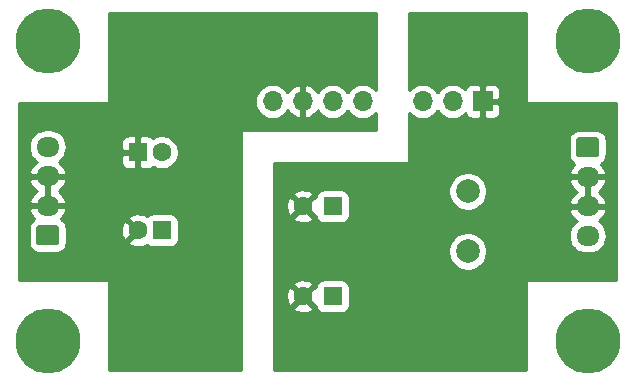
<source format=gbl>
G04 #@! TF.GenerationSoftware,KiCad,Pcbnew,(5.1.2)-1*
G04 #@! TF.CreationDate,2019-05-14T16:25:52-07:00*
G04 #@! TF.ProjectId,triumph_power,74726975-6d70-4685-9f70-6f7765722e6b,A*
G04 #@! TF.SameCoordinates,Original*
G04 #@! TF.FileFunction,Copper,L2,Bot*
G04 #@! TF.FilePolarity,Positive*
%FSLAX46Y46*%
G04 Gerber Fmt 4.6, Leading zero omitted, Abs format (unit mm)*
G04 Created by KiCad (PCBNEW (5.1.2)-1) date 2019-05-14 16:25:52*
%MOMM*%
%LPD*%
G04 APERTURE LIST*
%ADD10C,1.600000*%
%ADD11R,1.600000X1.600000*%
%ADD12C,2.000000*%
%ADD13O,1.700000X1.700000*%
%ADD14R,1.700000X1.700000*%
%ADD15C,5.500000*%
%ADD16O,1.950000X1.700000*%
%ADD17C,0.100000*%
%ADD18C,1.700000*%
%ADD19C,1.270000*%
%ADD20C,0.254000*%
G04 APERTURE END LIST*
D10*
X136652000Y-105918000D03*
D11*
X134652000Y-105918000D03*
D10*
X148630000Y-118110000D03*
D11*
X151130000Y-118110000D03*
D10*
X134652000Y-112522000D03*
D11*
X136652000Y-112522000D03*
D10*
X148630000Y-110490000D03*
D11*
X151130000Y-110490000D03*
D12*
X162570000Y-109220000D03*
X162560000Y-114300000D03*
D13*
X146050000Y-101600000D03*
X148590000Y-101600000D03*
X151130000Y-101600000D03*
X153670000Y-101600000D03*
X158750000Y-101600000D03*
X161290000Y-101600000D03*
D14*
X163830000Y-101600000D03*
D15*
X127000000Y-121920000D03*
X172720000Y-121920000D03*
X172720000Y-96520000D03*
X127000000Y-96520000D03*
D16*
X127000000Y-105450000D03*
X127000000Y-107950000D03*
X127000000Y-110450000D03*
D17*
G36*
X127749504Y-112101204D02*
G01*
X127773773Y-112104804D01*
X127797571Y-112110765D01*
X127820671Y-112119030D01*
X127842849Y-112129520D01*
X127863893Y-112142133D01*
X127883598Y-112156747D01*
X127901777Y-112173223D01*
X127918253Y-112191402D01*
X127932867Y-112211107D01*
X127945480Y-112232151D01*
X127955970Y-112254329D01*
X127964235Y-112277429D01*
X127970196Y-112301227D01*
X127973796Y-112325496D01*
X127975000Y-112350000D01*
X127975000Y-113550000D01*
X127973796Y-113574504D01*
X127970196Y-113598773D01*
X127964235Y-113622571D01*
X127955970Y-113645671D01*
X127945480Y-113667849D01*
X127932867Y-113688893D01*
X127918253Y-113708598D01*
X127901777Y-113726777D01*
X127883598Y-113743253D01*
X127863893Y-113757867D01*
X127842849Y-113770480D01*
X127820671Y-113780970D01*
X127797571Y-113789235D01*
X127773773Y-113795196D01*
X127749504Y-113798796D01*
X127725000Y-113800000D01*
X126275000Y-113800000D01*
X126250496Y-113798796D01*
X126226227Y-113795196D01*
X126202429Y-113789235D01*
X126179329Y-113780970D01*
X126157151Y-113770480D01*
X126136107Y-113757867D01*
X126116402Y-113743253D01*
X126098223Y-113726777D01*
X126081747Y-113708598D01*
X126067133Y-113688893D01*
X126054520Y-113667849D01*
X126044030Y-113645671D01*
X126035765Y-113622571D01*
X126029804Y-113598773D01*
X126026204Y-113574504D01*
X126025000Y-113550000D01*
X126025000Y-112350000D01*
X126026204Y-112325496D01*
X126029804Y-112301227D01*
X126035765Y-112277429D01*
X126044030Y-112254329D01*
X126054520Y-112232151D01*
X126067133Y-112211107D01*
X126081747Y-112191402D01*
X126098223Y-112173223D01*
X126116402Y-112156747D01*
X126136107Y-112142133D01*
X126157151Y-112129520D01*
X126179329Y-112119030D01*
X126202429Y-112110765D01*
X126226227Y-112104804D01*
X126250496Y-112101204D01*
X126275000Y-112100000D01*
X127725000Y-112100000D01*
X127749504Y-112101204D01*
X127749504Y-112101204D01*
G37*
D18*
X127000000Y-112950000D03*
D16*
X172720000Y-112990000D03*
X172720000Y-110490000D03*
X172720000Y-107990000D03*
D17*
G36*
X173469504Y-104641204D02*
G01*
X173493773Y-104644804D01*
X173517571Y-104650765D01*
X173540671Y-104659030D01*
X173562849Y-104669520D01*
X173583893Y-104682133D01*
X173603598Y-104696747D01*
X173621777Y-104713223D01*
X173638253Y-104731402D01*
X173652867Y-104751107D01*
X173665480Y-104772151D01*
X173675970Y-104794329D01*
X173684235Y-104817429D01*
X173690196Y-104841227D01*
X173693796Y-104865496D01*
X173695000Y-104890000D01*
X173695000Y-106090000D01*
X173693796Y-106114504D01*
X173690196Y-106138773D01*
X173684235Y-106162571D01*
X173675970Y-106185671D01*
X173665480Y-106207849D01*
X173652867Y-106228893D01*
X173638253Y-106248598D01*
X173621777Y-106266777D01*
X173603598Y-106283253D01*
X173583893Y-106297867D01*
X173562849Y-106310480D01*
X173540671Y-106320970D01*
X173517571Y-106329235D01*
X173493773Y-106335196D01*
X173469504Y-106338796D01*
X173445000Y-106340000D01*
X171995000Y-106340000D01*
X171970496Y-106338796D01*
X171946227Y-106335196D01*
X171922429Y-106329235D01*
X171899329Y-106320970D01*
X171877151Y-106310480D01*
X171856107Y-106297867D01*
X171836402Y-106283253D01*
X171818223Y-106266777D01*
X171801747Y-106248598D01*
X171787133Y-106228893D01*
X171774520Y-106207849D01*
X171764030Y-106185671D01*
X171755765Y-106162571D01*
X171749804Y-106138773D01*
X171746204Y-106114504D01*
X171745000Y-106090000D01*
X171745000Y-104890000D01*
X171746204Y-104865496D01*
X171749804Y-104841227D01*
X171755765Y-104817429D01*
X171764030Y-104794329D01*
X171774520Y-104772151D01*
X171787133Y-104751107D01*
X171801747Y-104731402D01*
X171818223Y-104713223D01*
X171836402Y-104696747D01*
X171856107Y-104682133D01*
X171877151Y-104669520D01*
X171899329Y-104659030D01*
X171922429Y-104650765D01*
X171946227Y-104644804D01*
X171970496Y-104641204D01*
X171995000Y-104640000D01*
X173445000Y-104640000D01*
X173469504Y-104641204D01*
X173469504Y-104641204D01*
G37*
D18*
X172720000Y-105490000D03*
D19*
X157480000Y-113030000D03*
X135217994Y-97880000D03*
X139102000Y-97880010D03*
X135217993Y-120560007D03*
X139102004Y-120560004D03*
D20*
G36*
X154813000Y-100651931D02*
G01*
X154725134Y-100544866D01*
X154499014Y-100359294D01*
X154241034Y-100221401D01*
X153961111Y-100136487D01*
X153742950Y-100115000D01*
X153597050Y-100115000D01*
X153378889Y-100136487D01*
X153098966Y-100221401D01*
X152840986Y-100359294D01*
X152614866Y-100544866D01*
X152429294Y-100770986D01*
X152400000Y-100825791D01*
X152370706Y-100770986D01*
X152185134Y-100544866D01*
X151959014Y-100359294D01*
X151701034Y-100221401D01*
X151421111Y-100136487D01*
X151202950Y-100115000D01*
X151057050Y-100115000D01*
X150838889Y-100136487D01*
X150558966Y-100221401D01*
X150300986Y-100359294D01*
X150074866Y-100544866D01*
X149889294Y-100770986D01*
X149854799Y-100835523D01*
X149785178Y-100718645D01*
X149590269Y-100502412D01*
X149356920Y-100328359D01*
X149094099Y-100203175D01*
X148946890Y-100158524D01*
X148717000Y-100279845D01*
X148717000Y-101473000D01*
X148737000Y-101473000D01*
X148737000Y-101727000D01*
X148717000Y-101727000D01*
X148717000Y-102920155D01*
X148946890Y-103041476D01*
X149094099Y-102996825D01*
X149356920Y-102871641D01*
X149590269Y-102697588D01*
X149785178Y-102481355D01*
X149854799Y-102364477D01*
X149889294Y-102429014D01*
X150074866Y-102655134D01*
X150300986Y-102840706D01*
X150558966Y-102978599D01*
X150838889Y-103063513D01*
X151057050Y-103085000D01*
X151202950Y-103085000D01*
X151421111Y-103063513D01*
X151701034Y-102978599D01*
X151959014Y-102840706D01*
X152185134Y-102655134D01*
X152370706Y-102429014D01*
X152400000Y-102374209D01*
X152429294Y-102429014D01*
X152614866Y-102655134D01*
X152840986Y-102840706D01*
X153098966Y-102978599D01*
X153378889Y-103063513D01*
X153597050Y-103085000D01*
X153742950Y-103085000D01*
X153961111Y-103063513D01*
X154241034Y-102978599D01*
X154499014Y-102840706D01*
X154725134Y-102655134D01*
X154813000Y-102548069D01*
X154813000Y-104013000D01*
X143510000Y-104013000D01*
X143485224Y-104015440D01*
X143461399Y-104022667D01*
X143439443Y-104034403D01*
X143420197Y-104050197D01*
X143404403Y-104069443D01*
X143392667Y-104091399D01*
X143385440Y-104115224D01*
X143383000Y-104140000D01*
X143383000Y-124333000D01*
X132207000Y-124333000D01*
X132207000Y-116840000D01*
X132204560Y-116815224D01*
X132197333Y-116791399D01*
X132185597Y-116769443D01*
X132169803Y-116750197D01*
X132150557Y-116734403D01*
X132128601Y-116722667D01*
X132104776Y-116715440D01*
X132080000Y-116713000D01*
X124587000Y-116713000D01*
X124587000Y-112350000D01*
X125386928Y-112350000D01*
X125386928Y-113550000D01*
X125403992Y-113723254D01*
X125454528Y-113889850D01*
X125536595Y-114043386D01*
X125647038Y-114177962D01*
X125781614Y-114288405D01*
X125935150Y-114370472D01*
X126101746Y-114421008D01*
X126275000Y-114438072D01*
X127725000Y-114438072D01*
X127898254Y-114421008D01*
X128064850Y-114370472D01*
X128218386Y-114288405D01*
X128352962Y-114177962D01*
X128463405Y-114043386D01*
X128545472Y-113889850D01*
X128596008Y-113723254D01*
X128613072Y-113550000D01*
X128613072Y-112592512D01*
X133211783Y-112592512D01*
X133253213Y-112872130D01*
X133348397Y-113138292D01*
X133415329Y-113263514D01*
X133659298Y-113335097D01*
X134472395Y-112522000D01*
X133659298Y-111708903D01*
X133415329Y-111780486D01*
X133294429Y-112035996D01*
X133225700Y-112310184D01*
X133211783Y-112592512D01*
X128613072Y-112592512D01*
X128613072Y-112350000D01*
X128596008Y-112176746D01*
X128545472Y-112010150D01*
X128463405Y-111856614D01*
X128352962Y-111722038D01*
X128218386Y-111611595D01*
X128113039Y-111555286D01*
X128134429Y-111539049D01*
X128143070Y-111529298D01*
X133838903Y-111529298D01*
X134652000Y-112342395D01*
X134666143Y-112328253D01*
X134845748Y-112507858D01*
X134831605Y-112522000D01*
X134845748Y-112536143D01*
X134666143Y-112715748D01*
X134652000Y-112701605D01*
X133838903Y-113514702D01*
X133910486Y-113758671D01*
X134165996Y-113879571D01*
X134440184Y-113948300D01*
X134722512Y-113962217D01*
X135002130Y-113920787D01*
X135268292Y-113825603D01*
X135390309Y-113760384D01*
X135400815Y-113773185D01*
X135497506Y-113852537D01*
X135607820Y-113911502D01*
X135727518Y-113947812D01*
X135852000Y-113960072D01*
X137452000Y-113960072D01*
X137576482Y-113947812D01*
X137696180Y-113911502D01*
X137806494Y-113852537D01*
X137903185Y-113773185D01*
X137982537Y-113676494D01*
X138041502Y-113566180D01*
X138077812Y-113446482D01*
X138090072Y-113322000D01*
X138090072Y-111722000D01*
X138077812Y-111597518D01*
X138041502Y-111477820D01*
X137982537Y-111367506D01*
X137903185Y-111270815D01*
X137806494Y-111191463D01*
X137696180Y-111132498D01*
X137576482Y-111096188D01*
X137452000Y-111083928D01*
X135852000Y-111083928D01*
X135727518Y-111096188D01*
X135607820Y-111132498D01*
X135497506Y-111191463D01*
X135400815Y-111270815D01*
X135390193Y-111283758D01*
X135138004Y-111164429D01*
X134863816Y-111095700D01*
X134581488Y-111081783D01*
X134301870Y-111123213D01*
X134035708Y-111218397D01*
X133910486Y-111285329D01*
X133838903Y-111529298D01*
X128143070Y-111529298D01*
X128327496Y-111321193D01*
X128474352Y-111069858D01*
X128566476Y-110806890D01*
X128445155Y-110577000D01*
X127127000Y-110577000D01*
X127127000Y-110597000D01*
X126873000Y-110597000D01*
X126873000Y-110577000D01*
X125554845Y-110577000D01*
X125433524Y-110806890D01*
X125525648Y-111069858D01*
X125672504Y-111321193D01*
X125865571Y-111539049D01*
X125886961Y-111555286D01*
X125781614Y-111611595D01*
X125647038Y-111722038D01*
X125536595Y-111856614D01*
X125454528Y-112010150D01*
X125403992Y-112176746D01*
X125386928Y-112350000D01*
X124587000Y-112350000D01*
X124587000Y-108306890D01*
X125433524Y-108306890D01*
X125525648Y-108569858D01*
X125672504Y-108821193D01*
X125865571Y-109039049D01*
X126077600Y-109200000D01*
X125865571Y-109360951D01*
X125672504Y-109578807D01*
X125525648Y-109830142D01*
X125433524Y-110093110D01*
X125554845Y-110323000D01*
X126873000Y-110323000D01*
X126873000Y-108077000D01*
X127127000Y-108077000D01*
X127127000Y-110323000D01*
X128445155Y-110323000D01*
X128566476Y-110093110D01*
X128474352Y-109830142D01*
X128327496Y-109578807D01*
X128134429Y-109360951D01*
X127922400Y-109200000D01*
X128134429Y-109039049D01*
X128327496Y-108821193D01*
X128474352Y-108569858D01*
X128566476Y-108306890D01*
X128445155Y-108077000D01*
X127127000Y-108077000D01*
X126873000Y-108077000D01*
X125554845Y-108077000D01*
X125433524Y-108306890D01*
X124587000Y-108306890D01*
X124587000Y-105450000D01*
X125382815Y-105450000D01*
X125411487Y-105741111D01*
X125496401Y-106021034D01*
X125634294Y-106279014D01*
X125819866Y-106505134D01*
X126045986Y-106690706D01*
X126071722Y-106704462D01*
X125865571Y-106860951D01*
X125672504Y-107078807D01*
X125525648Y-107330142D01*
X125433524Y-107593110D01*
X125554845Y-107823000D01*
X126873000Y-107823000D01*
X126873000Y-107803000D01*
X127127000Y-107803000D01*
X127127000Y-107823000D01*
X128445155Y-107823000D01*
X128566476Y-107593110D01*
X128474352Y-107330142D01*
X128327496Y-107078807D01*
X128134429Y-106860951D01*
X127946113Y-106718000D01*
X133213928Y-106718000D01*
X133226188Y-106842482D01*
X133262498Y-106962180D01*
X133321463Y-107072494D01*
X133400815Y-107169185D01*
X133497506Y-107248537D01*
X133607820Y-107307502D01*
X133727518Y-107343812D01*
X133852000Y-107356072D01*
X134366250Y-107353000D01*
X134525000Y-107194250D01*
X134525000Y-106045000D01*
X133375750Y-106045000D01*
X133217000Y-106203750D01*
X133213928Y-106718000D01*
X127946113Y-106718000D01*
X127928278Y-106704462D01*
X127954014Y-106690706D01*
X128180134Y-106505134D01*
X128365706Y-106279014D01*
X128503599Y-106021034D01*
X128588513Y-105741111D01*
X128617185Y-105450000D01*
X128588513Y-105158889D01*
X128576110Y-105118000D01*
X133213928Y-105118000D01*
X133217000Y-105632250D01*
X133375750Y-105791000D01*
X134525000Y-105791000D01*
X134525000Y-104641750D01*
X134779000Y-104641750D01*
X134779000Y-105791000D01*
X134799000Y-105791000D01*
X134799000Y-106045000D01*
X134779000Y-106045000D01*
X134779000Y-107194250D01*
X134937750Y-107353000D01*
X135452000Y-107356072D01*
X135576482Y-107343812D01*
X135696180Y-107307502D01*
X135806494Y-107248537D01*
X135903185Y-107169185D01*
X135916790Y-107152607D01*
X135972273Y-107189680D01*
X136233426Y-107297853D01*
X136510665Y-107353000D01*
X136793335Y-107353000D01*
X137070574Y-107297853D01*
X137331727Y-107189680D01*
X137566759Y-107032637D01*
X137766637Y-106832759D01*
X137923680Y-106597727D01*
X138031853Y-106336574D01*
X138087000Y-106059335D01*
X138087000Y-105776665D01*
X138031853Y-105499426D01*
X137923680Y-105238273D01*
X137766637Y-105003241D01*
X137566759Y-104803363D01*
X137331727Y-104646320D01*
X137070574Y-104538147D01*
X136793335Y-104483000D01*
X136510665Y-104483000D01*
X136233426Y-104538147D01*
X135972273Y-104646320D01*
X135916790Y-104683393D01*
X135903185Y-104666815D01*
X135806494Y-104587463D01*
X135696180Y-104528498D01*
X135576482Y-104492188D01*
X135452000Y-104479928D01*
X134937750Y-104483000D01*
X134779000Y-104641750D01*
X134525000Y-104641750D01*
X134366250Y-104483000D01*
X133852000Y-104479928D01*
X133727518Y-104492188D01*
X133607820Y-104528498D01*
X133497506Y-104587463D01*
X133400815Y-104666815D01*
X133321463Y-104763506D01*
X133262498Y-104873820D01*
X133226188Y-104993518D01*
X133213928Y-105118000D01*
X128576110Y-105118000D01*
X128503599Y-104878966D01*
X128365706Y-104620986D01*
X128180134Y-104394866D01*
X127954014Y-104209294D01*
X127696034Y-104071401D01*
X127416111Y-103986487D01*
X127197950Y-103965000D01*
X126802050Y-103965000D01*
X126583889Y-103986487D01*
X126303966Y-104071401D01*
X126045986Y-104209294D01*
X125819866Y-104394866D01*
X125634294Y-104620986D01*
X125496401Y-104878966D01*
X125411487Y-105158889D01*
X125382815Y-105450000D01*
X124587000Y-105450000D01*
X124587000Y-101727000D01*
X132080000Y-101727000D01*
X132104776Y-101724560D01*
X132128601Y-101717333D01*
X132150557Y-101705597D01*
X132169803Y-101689803D01*
X132185597Y-101670557D01*
X132197333Y-101648601D01*
X132204560Y-101624776D01*
X132207000Y-101600000D01*
X144557815Y-101600000D01*
X144586487Y-101891111D01*
X144671401Y-102171034D01*
X144809294Y-102429014D01*
X144994866Y-102655134D01*
X145220986Y-102840706D01*
X145478966Y-102978599D01*
X145758889Y-103063513D01*
X145977050Y-103085000D01*
X146122950Y-103085000D01*
X146341111Y-103063513D01*
X146621034Y-102978599D01*
X146879014Y-102840706D01*
X147105134Y-102655134D01*
X147290706Y-102429014D01*
X147325201Y-102364477D01*
X147394822Y-102481355D01*
X147589731Y-102697588D01*
X147823080Y-102871641D01*
X148085901Y-102996825D01*
X148233110Y-103041476D01*
X148463000Y-102920155D01*
X148463000Y-101727000D01*
X148443000Y-101727000D01*
X148443000Y-101473000D01*
X148463000Y-101473000D01*
X148463000Y-100279845D01*
X148233110Y-100158524D01*
X148085901Y-100203175D01*
X147823080Y-100328359D01*
X147589731Y-100502412D01*
X147394822Y-100718645D01*
X147325201Y-100835523D01*
X147290706Y-100770986D01*
X147105134Y-100544866D01*
X146879014Y-100359294D01*
X146621034Y-100221401D01*
X146341111Y-100136487D01*
X146122950Y-100115000D01*
X145977050Y-100115000D01*
X145758889Y-100136487D01*
X145478966Y-100221401D01*
X145220986Y-100359294D01*
X144994866Y-100544866D01*
X144809294Y-100770986D01*
X144671401Y-101028966D01*
X144586487Y-101308889D01*
X144557815Y-101600000D01*
X132207000Y-101600000D01*
X132207000Y-94107000D01*
X154813000Y-94107000D01*
X154813000Y-100651931D01*
X154813000Y-100651931D01*
G37*
X154813000Y-100651931D02*
X154725134Y-100544866D01*
X154499014Y-100359294D01*
X154241034Y-100221401D01*
X153961111Y-100136487D01*
X153742950Y-100115000D01*
X153597050Y-100115000D01*
X153378889Y-100136487D01*
X153098966Y-100221401D01*
X152840986Y-100359294D01*
X152614866Y-100544866D01*
X152429294Y-100770986D01*
X152400000Y-100825791D01*
X152370706Y-100770986D01*
X152185134Y-100544866D01*
X151959014Y-100359294D01*
X151701034Y-100221401D01*
X151421111Y-100136487D01*
X151202950Y-100115000D01*
X151057050Y-100115000D01*
X150838889Y-100136487D01*
X150558966Y-100221401D01*
X150300986Y-100359294D01*
X150074866Y-100544866D01*
X149889294Y-100770986D01*
X149854799Y-100835523D01*
X149785178Y-100718645D01*
X149590269Y-100502412D01*
X149356920Y-100328359D01*
X149094099Y-100203175D01*
X148946890Y-100158524D01*
X148717000Y-100279845D01*
X148717000Y-101473000D01*
X148737000Y-101473000D01*
X148737000Y-101727000D01*
X148717000Y-101727000D01*
X148717000Y-102920155D01*
X148946890Y-103041476D01*
X149094099Y-102996825D01*
X149356920Y-102871641D01*
X149590269Y-102697588D01*
X149785178Y-102481355D01*
X149854799Y-102364477D01*
X149889294Y-102429014D01*
X150074866Y-102655134D01*
X150300986Y-102840706D01*
X150558966Y-102978599D01*
X150838889Y-103063513D01*
X151057050Y-103085000D01*
X151202950Y-103085000D01*
X151421111Y-103063513D01*
X151701034Y-102978599D01*
X151959014Y-102840706D01*
X152185134Y-102655134D01*
X152370706Y-102429014D01*
X152400000Y-102374209D01*
X152429294Y-102429014D01*
X152614866Y-102655134D01*
X152840986Y-102840706D01*
X153098966Y-102978599D01*
X153378889Y-103063513D01*
X153597050Y-103085000D01*
X153742950Y-103085000D01*
X153961111Y-103063513D01*
X154241034Y-102978599D01*
X154499014Y-102840706D01*
X154725134Y-102655134D01*
X154813000Y-102548069D01*
X154813000Y-104013000D01*
X143510000Y-104013000D01*
X143485224Y-104015440D01*
X143461399Y-104022667D01*
X143439443Y-104034403D01*
X143420197Y-104050197D01*
X143404403Y-104069443D01*
X143392667Y-104091399D01*
X143385440Y-104115224D01*
X143383000Y-104140000D01*
X143383000Y-124333000D01*
X132207000Y-124333000D01*
X132207000Y-116840000D01*
X132204560Y-116815224D01*
X132197333Y-116791399D01*
X132185597Y-116769443D01*
X132169803Y-116750197D01*
X132150557Y-116734403D01*
X132128601Y-116722667D01*
X132104776Y-116715440D01*
X132080000Y-116713000D01*
X124587000Y-116713000D01*
X124587000Y-112350000D01*
X125386928Y-112350000D01*
X125386928Y-113550000D01*
X125403992Y-113723254D01*
X125454528Y-113889850D01*
X125536595Y-114043386D01*
X125647038Y-114177962D01*
X125781614Y-114288405D01*
X125935150Y-114370472D01*
X126101746Y-114421008D01*
X126275000Y-114438072D01*
X127725000Y-114438072D01*
X127898254Y-114421008D01*
X128064850Y-114370472D01*
X128218386Y-114288405D01*
X128352962Y-114177962D01*
X128463405Y-114043386D01*
X128545472Y-113889850D01*
X128596008Y-113723254D01*
X128613072Y-113550000D01*
X128613072Y-112592512D01*
X133211783Y-112592512D01*
X133253213Y-112872130D01*
X133348397Y-113138292D01*
X133415329Y-113263514D01*
X133659298Y-113335097D01*
X134472395Y-112522000D01*
X133659298Y-111708903D01*
X133415329Y-111780486D01*
X133294429Y-112035996D01*
X133225700Y-112310184D01*
X133211783Y-112592512D01*
X128613072Y-112592512D01*
X128613072Y-112350000D01*
X128596008Y-112176746D01*
X128545472Y-112010150D01*
X128463405Y-111856614D01*
X128352962Y-111722038D01*
X128218386Y-111611595D01*
X128113039Y-111555286D01*
X128134429Y-111539049D01*
X128143070Y-111529298D01*
X133838903Y-111529298D01*
X134652000Y-112342395D01*
X134666143Y-112328253D01*
X134845748Y-112507858D01*
X134831605Y-112522000D01*
X134845748Y-112536143D01*
X134666143Y-112715748D01*
X134652000Y-112701605D01*
X133838903Y-113514702D01*
X133910486Y-113758671D01*
X134165996Y-113879571D01*
X134440184Y-113948300D01*
X134722512Y-113962217D01*
X135002130Y-113920787D01*
X135268292Y-113825603D01*
X135390309Y-113760384D01*
X135400815Y-113773185D01*
X135497506Y-113852537D01*
X135607820Y-113911502D01*
X135727518Y-113947812D01*
X135852000Y-113960072D01*
X137452000Y-113960072D01*
X137576482Y-113947812D01*
X137696180Y-113911502D01*
X137806494Y-113852537D01*
X137903185Y-113773185D01*
X137982537Y-113676494D01*
X138041502Y-113566180D01*
X138077812Y-113446482D01*
X138090072Y-113322000D01*
X138090072Y-111722000D01*
X138077812Y-111597518D01*
X138041502Y-111477820D01*
X137982537Y-111367506D01*
X137903185Y-111270815D01*
X137806494Y-111191463D01*
X137696180Y-111132498D01*
X137576482Y-111096188D01*
X137452000Y-111083928D01*
X135852000Y-111083928D01*
X135727518Y-111096188D01*
X135607820Y-111132498D01*
X135497506Y-111191463D01*
X135400815Y-111270815D01*
X135390193Y-111283758D01*
X135138004Y-111164429D01*
X134863816Y-111095700D01*
X134581488Y-111081783D01*
X134301870Y-111123213D01*
X134035708Y-111218397D01*
X133910486Y-111285329D01*
X133838903Y-111529298D01*
X128143070Y-111529298D01*
X128327496Y-111321193D01*
X128474352Y-111069858D01*
X128566476Y-110806890D01*
X128445155Y-110577000D01*
X127127000Y-110577000D01*
X127127000Y-110597000D01*
X126873000Y-110597000D01*
X126873000Y-110577000D01*
X125554845Y-110577000D01*
X125433524Y-110806890D01*
X125525648Y-111069858D01*
X125672504Y-111321193D01*
X125865571Y-111539049D01*
X125886961Y-111555286D01*
X125781614Y-111611595D01*
X125647038Y-111722038D01*
X125536595Y-111856614D01*
X125454528Y-112010150D01*
X125403992Y-112176746D01*
X125386928Y-112350000D01*
X124587000Y-112350000D01*
X124587000Y-108306890D01*
X125433524Y-108306890D01*
X125525648Y-108569858D01*
X125672504Y-108821193D01*
X125865571Y-109039049D01*
X126077600Y-109200000D01*
X125865571Y-109360951D01*
X125672504Y-109578807D01*
X125525648Y-109830142D01*
X125433524Y-110093110D01*
X125554845Y-110323000D01*
X126873000Y-110323000D01*
X126873000Y-108077000D01*
X127127000Y-108077000D01*
X127127000Y-110323000D01*
X128445155Y-110323000D01*
X128566476Y-110093110D01*
X128474352Y-109830142D01*
X128327496Y-109578807D01*
X128134429Y-109360951D01*
X127922400Y-109200000D01*
X128134429Y-109039049D01*
X128327496Y-108821193D01*
X128474352Y-108569858D01*
X128566476Y-108306890D01*
X128445155Y-108077000D01*
X127127000Y-108077000D01*
X126873000Y-108077000D01*
X125554845Y-108077000D01*
X125433524Y-108306890D01*
X124587000Y-108306890D01*
X124587000Y-105450000D01*
X125382815Y-105450000D01*
X125411487Y-105741111D01*
X125496401Y-106021034D01*
X125634294Y-106279014D01*
X125819866Y-106505134D01*
X126045986Y-106690706D01*
X126071722Y-106704462D01*
X125865571Y-106860951D01*
X125672504Y-107078807D01*
X125525648Y-107330142D01*
X125433524Y-107593110D01*
X125554845Y-107823000D01*
X126873000Y-107823000D01*
X126873000Y-107803000D01*
X127127000Y-107803000D01*
X127127000Y-107823000D01*
X128445155Y-107823000D01*
X128566476Y-107593110D01*
X128474352Y-107330142D01*
X128327496Y-107078807D01*
X128134429Y-106860951D01*
X127946113Y-106718000D01*
X133213928Y-106718000D01*
X133226188Y-106842482D01*
X133262498Y-106962180D01*
X133321463Y-107072494D01*
X133400815Y-107169185D01*
X133497506Y-107248537D01*
X133607820Y-107307502D01*
X133727518Y-107343812D01*
X133852000Y-107356072D01*
X134366250Y-107353000D01*
X134525000Y-107194250D01*
X134525000Y-106045000D01*
X133375750Y-106045000D01*
X133217000Y-106203750D01*
X133213928Y-106718000D01*
X127946113Y-106718000D01*
X127928278Y-106704462D01*
X127954014Y-106690706D01*
X128180134Y-106505134D01*
X128365706Y-106279014D01*
X128503599Y-106021034D01*
X128588513Y-105741111D01*
X128617185Y-105450000D01*
X128588513Y-105158889D01*
X128576110Y-105118000D01*
X133213928Y-105118000D01*
X133217000Y-105632250D01*
X133375750Y-105791000D01*
X134525000Y-105791000D01*
X134525000Y-104641750D01*
X134779000Y-104641750D01*
X134779000Y-105791000D01*
X134799000Y-105791000D01*
X134799000Y-106045000D01*
X134779000Y-106045000D01*
X134779000Y-107194250D01*
X134937750Y-107353000D01*
X135452000Y-107356072D01*
X135576482Y-107343812D01*
X135696180Y-107307502D01*
X135806494Y-107248537D01*
X135903185Y-107169185D01*
X135916790Y-107152607D01*
X135972273Y-107189680D01*
X136233426Y-107297853D01*
X136510665Y-107353000D01*
X136793335Y-107353000D01*
X137070574Y-107297853D01*
X137331727Y-107189680D01*
X137566759Y-107032637D01*
X137766637Y-106832759D01*
X137923680Y-106597727D01*
X138031853Y-106336574D01*
X138087000Y-106059335D01*
X138087000Y-105776665D01*
X138031853Y-105499426D01*
X137923680Y-105238273D01*
X137766637Y-105003241D01*
X137566759Y-104803363D01*
X137331727Y-104646320D01*
X137070574Y-104538147D01*
X136793335Y-104483000D01*
X136510665Y-104483000D01*
X136233426Y-104538147D01*
X135972273Y-104646320D01*
X135916790Y-104683393D01*
X135903185Y-104666815D01*
X135806494Y-104587463D01*
X135696180Y-104528498D01*
X135576482Y-104492188D01*
X135452000Y-104479928D01*
X134937750Y-104483000D01*
X134779000Y-104641750D01*
X134525000Y-104641750D01*
X134366250Y-104483000D01*
X133852000Y-104479928D01*
X133727518Y-104492188D01*
X133607820Y-104528498D01*
X133497506Y-104587463D01*
X133400815Y-104666815D01*
X133321463Y-104763506D01*
X133262498Y-104873820D01*
X133226188Y-104993518D01*
X133213928Y-105118000D01*
X128576110Y-105118000D01*
X128503599Y-104878966D01*
X128365706Y-104620986D01*
X128180134Y-104394866D01*
X127954014Y-104209294D01*
X127696034Y-104071401D01*
X127416111Y-103986487D01*
X127197950Y-103965000D01*
X126802050Y-103965000D01*
X126583889Y-103986487D01*
X126303966Y-104071401D01*
X126045986Y-104209294D01*
X125819866Y-104394866D01*
X125634294Y-104620986D01*
X125496401Y-104878966D01*
X125411487Y-105158889D01*
X125382815Y-105450000D01*
X124587000Y-105450000D01*
X124587000Y-101727000D01*
X132080000Y-101727000D01*
X132104776Y-101724560D01*
X132128601Y-101717333D01*
X132150557Y-101705597D01*
X132169803Y-101689803D01*
X132185597Y-101670557D01*
X132197333Y-101648601D01*
X132204560Y-101624776D01*
X132207000Y-101600000D01*
X144557815Y-101600000D01*
X144586487Y-101891111D01*
X144671401Y-102171034D01*
X144809294Y-102429014D01*
X144994866Y-102655134D01*
X145220986Y-102840706D01*
X145478966Y-102978599D01*
X145758889Y-103063513D01*
X145977050Y-103085000D01*
X146122950Y-103085000D01*
X146341111Y-103063513D01*
X146621034Y-102978599D01*
X146879014Y-102840706D01*
X147105134Y-102655134D01*
X147290706Y-102429014D01*
X147325201Y-102364477D01*
X147394822Y-102481355D01*
X147589731Y-102697588D01*
X147823080Y-102871641D01*
X148085901Y-102996825D01*
X148233110Y-103041476D01*
X148463000Y-102920155D01*
X148463000Y-101727000D01*
X148443000Y-101727000D01*
X148443000Y-101473000D01*
X148463000Y-101473000D01*
X148463000Y-100279845D01*
X148233110Y-100158524D01*
X148085901Y-100203175D01*
X147823080Y-100328359D01*
X147589731Y-100502412D01*
X147394822Y-100718645D01*
X147325201Y-100835523D01*
X147290706Y-100770986D01*
X147105134Y-100544866D01*
X146879014Y-100359294D01*
X146621034Y-100221401D01*
X146341111Y-100136487D01*
X146122950Y-100115000D01*
X145977050Y-100115000D01*
X145758889Y-100136487D01*
X145478966Y-100221401D01*
X145220986Y-100359294D01*
X144994866Y-100544866D01*
X144809294Y-100770986D01*
X144671401Y-101028966D01*
X144586487Y-101308889D01*
X144557815Y-101600000D01*
X132207000Y-101600000D01*
X132207000Y-94107000D01*
X154813000Y-94107000D01*
X154813000Y-100651931D01*
G36*
X167513000Y-101600000D02*
G01*
X167515440Y-101624776D01*
X167522667Y-101648601D01*
X167534403Y-101670557D01*
X167550197Y-101689803D01*
X167569443Y-101705597D01*
X167591399Y-101717333D01*
X167615224Y-101724560D01*
X167640000Y-101727000D01*
X175133000Y-101727000D01*
X175133000Y-116713000D01*
X167640000Y-116713000D01*
X167615224Y-116715440D01*
X167591399Y-116722667D01*
X167569443Y-116734403D01*
X167550197Y-116750197D01*
X167534403Y-116769443D01*
X167522667Y-116791399D01*
X167515440Y-116815224D01*
X167513000Y-116840000D01*
X167513000Y-124333000D01*
X146177000Y-124333000D01*
X146177000Y-119102702D01*
X147816903Y-119102702D01*
X147888486Y-119346671D01*
X148143996Y-119467571D01*
X148418184Y-119536300D01*
X148700512Y-119550217D01*
X148980130Y-119508787D01*
X149246292Y-119413603D01*
X149371514Y-119346671D01*
X149443097Y-119102702D01*
X148630000Y-118289605D01*
X147816903Y-119102702D01*
X146177000Y-119102702D01*
X146177000Y-118180512D01*
X147189783Y-118180512D01*
X147231213Y-118460130D01*
X147326397Y-118726292D01*
X147393329Y-118851514D01*
X147637298Y-118923097D01*
X148450395Y-118110000D01*
X148809605Y-118110000D01*
X149622702Y-118923097D01*
X149691928Y-118902785D01*
X149691928Y-118910000D01*
X149704188Y-119034482D01*
X149740498Y-119154180D01*
X149799463Y-119264494D01*
X149878815Y-119361185D01*
X149975506Y-119440537D01*
X150085820Y-119499502D01*
X150205518Y-119535812D01*
X150330000Y-119548072D01*
X151930000Y-119548072D01*
X152054482Y-119535812D01*
X152174180Y-119499502D01*
X152284494Y-119440537D01*
X152381185Y-119361185D01*
X152460537Y-119264494D01*
X152519502Y-119154180D01*
X152555812Y-119034482D01*
X152568072Y-118910000D01*
X152568072Y-117310000D01*
X152555812Y-117185518D01*
X152519502Y-117065820D01*
X152460537Y-116955506D01*
X152381185Y-116858815D01*
X152284494Y-116779463D01*
X152174180Y-116720498D01*
X152054482Y-116684188D01*
X151930000Y-116671928D01*
X150330000Y-116671928D01*
X150205518Y-116684188D01*
X150085820Y-116720498D01*
X149975506Y-116779463D01*
X149878815Y-116858815D01*
X149799463Y-116955506D01*
X149740498Y-117065820D01*
X149704188Y-117185518D01*
X149691928Y-117310000D01*
X149691928Y-117317215D01*
X149622702Y-117296903D01*
X148809605Y-118110000D01*
X148450395Y-118110000D01*
X147637298Y-117296903D01*
X147393329Y-117368486D01*
X147272429Y-117623996D01*
X147203700Y-117898184D01*
X147189783Y-118180512D01*
X146177000Y-118180512D01*
X146177000Y-117117298D01*
X147816903Y-117117298D01*
X148630000Y-117930395D01*
X149443097Y-117117298D01*
X149371514Y-116873329D01*
X149116004Y-116752429D01*
X148841816Y-116683700D01*
X148559488Y-116669783D01*
X148279870Y-116711213D01*
X148013708Y-116806397D01*
X147888486Y-116873329D01*
X147816903Y-117117298D01*
X146177000Y-117117298D01*
X146177000Y-114138967D01*
X160925000Y-114138967D01*
X160925000Y-114461033D01*
X160987832Y-114776912D01*
X161111082Y-115074463D01*
X161290013Y-115342252D01*
X161517748Y-115569987D01*
X161785537Y-115748918D01*
X162083088Y-115872168D01*
X162398967Y-115935000D01*
X162721033Y-115935000D01*
X163036912Y-115872168D01*
X163334463Y-115748918D01*
X163602252Y-115569987D01*
X163829987Y-115342252D01*
X164008918Y-115074463D01*
X164132168Y-114776912D01*
X164195000Y-114461033D01*
X164195000Y-114138967D01*
X164132168Y-113823088D01*
X164008918Y-113525537D01*
X163829987Y-113257748D01*
X163602252Y-113030013D01*
X163542369Y-112990000D01*
X171102815Y-112990000D01*
X171131487Y-113281111D01*
X171216401Y-113561034D01*
X171354294Y-113819014D01*
X171539866Y-114045134D01*
X171765986Y-114230706D01*
X172023966Y-114368599D01*
X172303889Y-114453513D01*
X172522050Y-114475000D01*
X172917950Y-114475000D01*
X173136111Y-114453513D01*
X173416034Y-114368599D01*
X173674014Y-114230706D01*
X173900134Y-114045134D01*
X174085706Y-113819014D01*
X174223599Y-113561034D01*
X174308513Y-113281111D01*
X174337185Y-112990000D01*
X174308513Y-112698889D01*
X174223599Y-112418966D01*
X174085706Y-112160986D01*
X173900134Y-111934866D01*
X173674014Y-111749294D01*
X173648278Y-111735538D01*
X173854429Y-111579049D01*
X174047496Y-111361193D01*
X174194352Y-111109858D01*
X174286476Y-110846890D01*
X174165155Y-110617000D01*
X172847000Y-110617000D01*
X172847000Y-110637000D01*
X172593000Y-110637000D01*
X172593000Y-110617000D01*
X171274845Y-110617000D01*
X171153524Y-110846890D01*
X171245648Y-111109858D01*
X171392504Y-111361193D01*
X171585571Y-111579049D01*
X171791722Y-111735538D01*
X171765986Y-111749294D01*
X171539866Y-111934866D01*
X171354294Y-112160986D01*
X171216401Y-112418966D01*
X171131487Y-112698889D01*
X171102815Y-112990000D01*
X163542369Y-112990000D01*
X163334463Y-112851082D01*
X163036912Y-112727832D01*
X162721033Y-112665000D01*
X162398967Y-112665000D01*
X162083088Y-112727832D01*
X161785537Y-112851082D01*
X161517748Y-113030013D01*
X161290013Y-113257748D01*
X161111082Y-113525537D01*
X160987832Y-113823088D01*
X160925000Y-114138967D01*
X146177000Y-114138967D01*
X146177000Y-111482702D01*
X147816903Y-111482702D01*
X147888486Y-111726671D01*
X148143996Y-111847571D01*
X148418184Y-111916300D01*
X148700512Y-111930217D01*
X148980130Y-111888787D01*
X149246292Y-111793603D01*
X149371514Y-111726671D01*
X149443097Y-111482702D01*
X148630000Y-110669605D01*
X147816903Y-111482702D01*
X146177000Y-111482702D01*
X146177000Y-110560512D01*
X147189783Y-110560512D01*
X147231213Y-110840130D01*
X147326397Y-111106292D01*
X147393329Y-111231514D01*
X147637298Y-111303097D01*
X148450395Y-110490000D01*
X148809605Y-110490000D01*
X149622702Y-111303097D01*
X149691928Y-111282785D01*
X149691928Y-111290000D01*
X149704188Y-111414482D01*
X149740498Y-111534180D01*
X149799463Y-111644494D01*
X149878815Y-111741185D01*
X149975506Y-111820537D01*
X150085820Y-111879502D01*
X150205518Y-111915812D01*
X150330000Y-111928072D01*
X151930000Y-111928072D01*
X152054482Y-111915812D01*
X152174180Y-111879502D01*
X152284494Y-111820537D01*
X152381185Y-111741185D01*
X152460537Y-111644494D01*
X152519502Y-111534180D01*
X152555812Y-111414482D01*
X152568072Y-111290000D01*
X152568072Y-109690000D01*
X152555812Y-109565518D01*
X152519502Y-109445820D01*
X152460537Y-109335506D01*
X152381185Y-109238815D01*
X152284494Y-109159463D01*
X152174180Y-109100498D01*
X152054482Y-109064188D01*
X152001471Y-109058967D01*
X160935000Y-109058967D01*
X160935000Y-109381033D01*
X160997832Y-109696912D01*
X161121082Y-109994463D01*
X161300013Y-110262252D01*
X161527748Y-110489987D01*
X161795537Y-110668918D01*
X162093088Y-110792168D01*
X162408967Y-110855000D01*
X162731033Y-110855000D01*
X163046912Y-110792168D01*
X163344463Y-110668918D01*
X163612252Y-110489987D01*
X163839987Y-110262252D01*
X164018918Y-109994463D01*
X164142168Y-109696912D01*
X164205000Y-109381033D01*
X164205000Y-109058967D01*
X164142168Y-108743088D01*
X164018918Y-108445537D01*
X163953005Y-108346890D01*
X171153524Y-108346890D01*
X171245648Y-108609858D01*
X171392504Y-108861193D01*
X171585571Y-109079049D01*
X171797600Y-109240000D01*
X171585571Y-109400951D01*
X171392504Y-109618807D01*
X171245648Y-109870142D01*
X171153524Y-110133110D01*
X171274845Y-110363000D01*
X172593000Y-110363000D01*
X172593000Y-108117000D01*
X172847000Y-108117000D01*
X172847000Y-110363000D01*
X174165155Y-110363000D01*
X174286476Y-110133110D01*
X174194352Y-109870142D01*
X174047496Y-109618807D01*
X173854429Y-109400951D01*
X173642400Y-109240000D01*
X173854429Y-109079049D01*
X174047496Y-108861193D01*
X174194352Y-108609858D01*
X174286476Y-108346890D01*
X174165155Y-108117000D01*
X172847000Y-108117000D01*
X172593000Y-108117000D01*
X171274845Y-108117000D01*
X171153524Y-108346890D01*
X163953005Y-108346890D01*
X163839987Y-108177748D01*
X163612252Y-107950013D01*
X163344463Y-107771082D01*
X163046912Y-107647832D01*
X162731033Y-107585000D01*
X162408967Y-107585000D01*
X162093088Y-107647832D01*
X161795537Y-107771082D01*
X161527748Y-107950013D01*
X161300013Y-108177748D01*
X161121082Y-108445537D01*
X160997832Y-108743088D01*
X160935000Y-109058967D01*
X152001471Y-109058967D01*
X151930000Y-109051928D01*
X150330000Y-109051928D01*
X150205518Y-109064188D01*
X150085820Y-109100498D01*
X149975506Y-109159463D01*
X149878815Y-109238815D01*
X149799463Y-109335506D01*
X149740498Y-109445820D01*
X149704188Y-109565518D01*
X149691928Y-109690000D01*
X149691928Y-109697215D01*
X149622702Y-109676903D01*
X148809605Y-110490000D01*
X148450395Y-110490000D01*
X147637298Y-109676903D01*
X147393329Y-109748486D01*
X147272429Y-110003996D01*
X147203700Y-110278184D01*
X147189783Y-110560512D01*
X146177000Y-110560512D01*
X146177000Y-109497298D01*
X147816903Y-109497298D01*
X148630000Y-110310395D01*
X149443097Y-109497298D01*
X149371514Y-109253329D01*
X149116004Y-109132429D01*
X148841816Y-109063700D01*
X148559488Y-109049783D01*
X148279870Y-109091213D01*
X148013708Y-109186397D01*
X147888486Y-109253329D01*
X147816903Y-109497298D01*
X146177000Y-109497298D01*
X146177000Y-106807000D01*
X157480000Y-106807000D01*
X157504776Y-106804560D01*
X157528601Y-106797333D01*
X157550557Y-106785597D01*
X157569803Y-106769803D01*
X157585597Y-106750557D01*
X157597333Y-106728601D01*
X157604560Y-106704776D01*
X157607000Y-106680000D01*
X157607000Y-104890000D01*
X171106928Y-104890000D01*
X171106928Y-106090000D01*
X171123992Y-106263254D01*
X171174528Y-106429850D01*
X171256595Y-106583386D01*
X171367038Y-106717962D01*
X171501614Y-106828405D01*
X171606961Y-106884714D01*
X171585571Y-106900951D01*
X171392504Y-107118807D01*
X171245648Y-107370142D01*
X171153524Y-107633110D01*
X171274845Y-107863000D01*
X172593000Y-107863000D01*
X172593000Y-107843000D01*
X172847000Y-107843000D01*
X172847000Y-107863000D01*
X174165155Y-107863000D01*
X174286476Y-107633110D01*
X174194352Y-107370142D01*
X174047496Y-107118807D01*
X173854429Y-106900951D01*
X173833039Y-106884714D01*
X173938386Y-106828405D01*
X174072962Y-106717962D01*
X174183405Y-106583386D01*
X174265472Y-106429850D01*
X174316008Y-106263254D01*
X174333072Y-106090000D01*
X174333072Y-104890000D01*
X174316008Y-104716746D01*
X174265472Y-104550150D01*
X174183405Y-104396614D01*
X174072962Y-104262038D01*
X173938386Y-104151595D01*
X173784850Y-104069528D01*
X173618254Y-104018992D01*
X173445000Y-104001928D01*
X171995000Y-104001928D01*
X171821746Y-104018992D01*
X171655150Y-104069528D01*
X171501614Y-104151595D01*
X171367038Y-104262038D01*
X171256595Y-104396614D01*
X171174528Y-104550150D01*
X171123992Y-104716746D01*
X171106928Y-104890000D01*
X157607000Y-104890000D01*
X157607000Y-102548069D01*
X157694866Y-102655134D01*
X157920986Y-102840706D01*
X158178966Y-102978599D01*
X158458889Y-103063513D01*
X158677050Y-103085000D01*
X158822950Y-103085000D01*
X159041111Y-103063513D01*
X159321034Y-102978599D01*
X159579014Y-102840706D01*
X159805134Y-102655134D01*
X159990706Y-102429014D01*
X160020000Y-102374209D01*
X160049294Y-102429014D01*
X160234866Y-102655134D01*
X160460986Y-102840706D01*
X160718966Y-102978599D01*
X160998889Y-103063513D01*
X161217050Y-103085000D01*
X161362950Y-103085000D01*
X161581111Y-103063513D01*
X161861034Y-102978599D01*
X162119014Y-102840706D01*
X162345134Y-102655134D01*
X162369607Y-102625313D01*
X162390498Y-102694180D01*
X162449463Y-102804494D01*
X162528815Y-102901185D01*
X162625506Y-102980537D01*
X162735820Y-103039502D01*
X162855518Y-103075812D01*
X162980000Y-103088072D01*
X163544250Y-103085000D01*
X163703000Y-102926250D01*
X163703000Y-101727000D01*
X163957000Y-101727000D01*
X163957000Y-102926250D01*
X164115750Y-103085000D01*
X164680000Y-103088072D01*
X164804482Y-103075812D01*
X164924180Y-103039502D01*
X165034494Y-102980537D01*
X165131185Y-102901185D01*
X165210537Y-102804494D01*
X165269502Y-102694180D01*
X165305812Y-102574482D01*
X165318072Y-102450000D01*
X165315000Y-101885750D01*
X165156250Y-101727000D01*
X163957000Y-101727000D01*
X163703000Y-101727000D01*
X163683000Y-101727000D01*
X163683000Y-101473000D01*
X163703000Y-101473000D01*
X163703000Y-100273750D01*
X163957000Y-100273750D01*
X163957000Y-101473000D01*
X165156250Y-101473000D01*
X165315000Y-101314250D01*
X165318072Y-100750000D01*
X165305812Y-100625518D01*
X165269502Y-100505820D01*
X165210537Y-100395506D01*
X165131185Y-100298815D01*
X165034494Y-100219463D01*
X164924180Y-100160498D01*
X164804482Y-100124188D01*
X164680000Y-100111928D01*
X164115750Y-100115000D01*
X163957000Y-100273750D01*
X163703000Y-100273750D01*
X163544250Y-100115000D01*
X162980000Y-100111928D01*
X162855518Y-100124188D01*
X162735820Y-100160498D01*
X162625506Y-100219463D01*
X162528815Y-100298815D01*
X162449463Y-100395506D01*
X162390498Y-100505820D01*
X162369607Y-100574687D01*
X162345134Y-100544866D01*
X162119014Y-100359294D01*
X161861034Y-100221401D01*
X161581111Y-100136487D01*
X161362950Y-100115000D01*
X161217050Y-100115000D01*
X160998889Y-100136487D01*
X160718966Y-100221401D01*
X160460986Y-100359294D01*
X160234866Y-100544866D01*
X160049294Y-100770986D01*
X160020000Y-100825791D01*
X159990706Y-100770986D01*
X159805134Y-100544866D01*
X159579014Y-100359294D01*
X159321034Y-100221401D01*
X159041111Y-100136487D01*
X158822950Y-100115000D01*
X158677050Y-100115000D01*
X158458889Y-100136487D01*
X158178966Y-100221401D01*
X157920986Y-100359294D01*
X157694866Y-100544866D01*
X157607000Y-100651931D01*
X157607000Y-94107000D01*
X167513000Y-94107000D01*
X167513000Y-101600000D01*
X167513000Y-101600000D01*
G37*
X167513000Y-101600000D02*
X167515440Y-101624776D01*
X167522667Y-101648601D01*
X167534403Y-101670557D01*
X167550197Y-101689803D01*
X167569443Y-101705597D01*
X167591399Y-101717333D01*
X167615224Y-101724560D01*
X167640000Y-101727000D01*
X175133000Y-101727000D01*
X175133000Y-116713000D01*
X167640000Y-116713000D01*
X167615224Y-116715440D01*
X167591399Y-116722667D01*
X167569443Y-116734403D01*
X167550197Y-116750197D01*
X167534403Y-116769443D01*
X167522667Y-116791399D01*
X167515440Y-116815224D01*
X167513000Y-116840000D01*
X167513000Y-124333000D01*
X146177000Y-124333000D01*
X146177000Y-119102702D01*
X147816903Y-119102702D01*
X147888486Y-119346671D01*
X148143996Y-119467571D01*
X148418184Y-119536300D01*
X148700512Y-119550217D01*
X148980130Y-119508787D01*
X149246292Y-119413603D01*
X149371514Y-119346671D01*
X149443097Y-119102702D01*
X148630000Y-118289605D01*
X147816903Y-119102702D01*
X146177000Y-119102702D01*
X146177000Y-118180512D01*
X147189783Y-118180512D01*
X147231213Y-118460130D01*
X147326397Y-118726292D01*
X147393329Y-118851514D01*
X147637298Y-118923097D01*
X148450395Y-118110000D01*
X148809605Y-118110000D01*
X149622702Y-118923097D01*
X149691928Y-118902785D01*
X149691928Y-118910000D01*
X149704188Y-119034482D01*
X149740498Y-119154180D01*
X149799463Y-119264494D01*
X149878815Y-119361185D01*
X149975506Y-119440537D01*
X150085820Y-119499502D01*
X150205518Y-119535812D01*
X150330000Y-119548072D01*
X151930000Y-119548072D01*
X152054482Y-119535812D01*
X152174180Y-119499502D01*
X152284494Y-119440537D01*
X152381185Y-119361185D01*
X152460537Y-119264494D01*
X152519502Y-119154180D01*
X152555812Y-119034482D01*
X152568072Y-118910000D01*
X152568072Y-117310000D01*
X152555812Y-117185518D01*
X152519502Y-117065820D01*
X152460537Y-116955506D01*
X152381185Y-116858815D01*
X152284494Y-116779463D01*
X152174180Y-116720498D01*
X152054482Y-116684188D01*
X151930000Y-116671928D01*
X150330000Y-116671928D01*
X150205518Y-116684188D01*
X150085820Y-116720498D01*
X149975506Y-116779463D01*
X149878815Y-116858815D01*
X149799463Y-116955506D01*
X149740498Y-117065820D01*
X149704188Y-117185518D01*
X149691928Y-117310000D01*
X149691928Y-117317215D01*
X149622702Y-117296903D01*
X148809605Y-118110000D01*
X148450395Y-118110000D01*
X147637298Y-117296903D01*
X147393329Y-117368486D01*
X147272429Y-117623996D01*
X147203700Y-117898184D01*
X147189783Y-118180512D01*
X146177000Y-118180512D01*
X146177000Y-117117298D01*
X147816903Y-117117298D01*
X148630000Y-117930395D01*
X149443097Y-117117298D01*
X149371514Y-116873329D01*
X149116004Y-116752429D01*
X148841816Y-116683700D01*
X148559488Y-116669783D01*
X148279870Y-116711213D01*
X148013708Y-116806397D01*
X147888486Y-116873329D01*
X147816903Y-117117298D01*
X146177000Y-117117298D01*
X146177000Y-114138967D01*
X160925000Y-114138967D01*
X160925000Y-114461033D01*
X160987832Y-114776912D01*
X161111082Y-115074463D01*
X161290013Y-115342252D01*
X161517748Y-115569987D01*
X161785537Y-115748918D01*
X162083088Y-115872168D01*
X162398967Y-115935000D01*
X162721033Y-115935000D01*
X163036912Y-115872168D01*
X163334463Y-115748918D01*
X163602252Y-115569987D01*
X163829987Y-115342252D01*
X164008918Y-115074463D01*
X164132168Y-114776912D01*
X164195000Y-114461033D01*
X164195000Y-114138967D01*
X164132168Y-113823088D01*
X164008918Y-113525537D01*
X163829987Y-113257748D01*
X163602252Y-113030013D01*
X163542369Y-112990000D01*
X171102815Y-112990000D01*
X171131487Y-113281111D01*
X171216401Y-113561034D01*
X171354294Y-113819014D01*
X171539866Y-114045134D01*
X171765986Y-114230706D01*
X172023966Y-114368599D01*
X172303889Y-114453513D01*
X172522050Y-114475000D01*
X172917950Y-114475000D01*
X173136111Y-114453513D01*
X173416034Y-114368599D01*
X173674014Y-114230706D01*
X173900134Y-114045134D01*
X174085706Y-113819014D01*
X174223599Y-113561034D01*
X174308513Y-113281111D01*
X174337185Y-112990000D01*
X174308513Y-112698889D01*
X174223599Y-112418966D01*
X174085706Y-112160986D01*
X173900134Y-111934866D01*
X173674014Y-111749294D01*
X173648278Y-111735538D01*
X173854429Y-111579049D01*
X174047496Y-111361193D01*
X174194352Y-111109858D01*
X174286476Y-110846890D01*
X174165155Y-110617000D01*
X172847000Y-110617000D01*
X172847000Y-110637000D01*
X172593000Y-110637000D01*
X172593000Y-110617000D01*
X171274845Y-110617000D01*
X171153524Y-110846890D01*
X171245648Y-111109858D01*
X171392504Y-111361193D01*
X171585571Y-111579049D01*
X171791722Y-111735538D01*
X171765986Y-111749294D01*
X171539866Y-111934866D01*
X171354294Y-112160986D01*
X171216401Y-112418966D01*
X171131487Y-112698889D01*
X171102815Y-112990000D01*
X163542369Y-112990000D01*
X163334463Y-112851082D01*
X163036912Y-112727832D01*
X162721033Y-112665000D01*
X162398967Y-112665000D01*
X162083088Y-112727832D01*
X161785537Y-112851082D01*
X161517748Y-113030013D01*
X161290013Y-113257748D01*
X161111082Y-113525537D01*
X160987832Y-113823088D01*
X160925000Y-114138967D01*
X146177000Y-114138967D01*
X146177000Y-111482702D01*
X147816903Y-111482702D01*
X147888486Y-111726671D01*
X148143996Y-111847571D01*
X148418184Y-111916300D01*
X148700512Y-111930217D01*
X148980130Y-111888787D01*
X149246292Y-111793603D01*
X149371514Y-111726671D01*
X149443097Y-111482702D01*
X148630000Y-110669605D01*
X147816903Y-111482702D01*
X146177000Y-111482702D01*
X146177000Y-110560512D01*
X147189783Y-110560512D01*
X147231213Y-110840130D01*
X147326397Y-111106292D01*
X147393329Y-111231514D01*
X147637298Y-111303097D01*
X148450395Y-110490000D01*
X148809605Y-110490000D01*
X149622702Y-111303097D01*
X149691928Y-111282785D01*
X149691928Y-111290000D01*
X149704188Y-111414482D01*
X149740498Y-111534180D01*
X149799463Y-111644494D01*
X149878815Y-111741185D01*
X149975506Y-111820537D01*
X150085820Y-111879502D01*
X150205518Y-111915812D01*
X150330000Y-111928072D01*
X151930000Y-111928072D01*
X152054482Y-111915812D01*
X152174180Y-111879502D01*
X152284494Y-111820537D01*
X152381185Y-111741185D01*
X152460537Y-111644494D01*
X152519502Y-111534180D01*
X152555812Y-111414482D01*
X152568072Y-111290000D01*
X152568072Y-109690000D01*
X152555812Y-109565518D01*
X152519502Y-109445820D01*
X152460537Y-109335506D01*
X152381185Y-109238815D01*
X152284494Y-109159463D01*
X152174180Y-109100498D01*
X152054482Y-109064188D01*
X152001471Y-109058967D01*
X160935000Y-109058967D01*
X160935000Y-109381033D01*
X160997832Y-109696912D01*
X161121082Y-109994463D01*
X161300013Y-110262252D01*
X161527748Y-110489987D01*
X161795537Y-110668918D01*
X162093088Y-110792168D01*
X162408967Y-110855000D01*
X162731033Y-110855000D01*
X163046912Y-110792168D01*
X163344463Y-110668918D01*
X163612252Y-110489987D01*
X163839987Y-110262252D01*
X164018918Y-109994463D01*
X164142168Y-109696912D01*
X164205000Y-109381033D01*
X164205000Y-109058967D01*
X164142168Y-108743088D01*
X164018918Y-108445537D01*
X163953005Y-108346890D01*
X171153524Y-108346890D01*
X171245648Y-108609858D01*
X171392504Y-108861193D01*
X171585571Y-109079049D01*
X171797600Y-109240000D01*
X171585571Y-109400951D01*
X171392504Y-109618807D01*
X171245648Y-109870142D01*
X171153524Y-110133110D01*
X171274845Y-110363000D01*
X172593000Y-110363000D01*
X172593000Y-108117000D01*
X172847000Y-108117000D01*
X172847000Y-110363000D01*
X174165155Y-110363000D01*
X174286476Y-110133110D01*
X174194352Y-109870142D01*
X174047496Y-109618807D01*
X173854429Y-109400951D01*
X173642400Y-109240000D01*
X173854429Y-109079049D01*
X174047496Y-108861193D01*
X174194352Y-108609858D01*
X174286476Y-108346890D01*
X174165155Y-108117000D01*
X172847000Y-108117000D01*
X172593000Y-108117000D01*
X171274845Y-108117000D01*
X171153524Y-108346890D01*
X163953005Y-108346890D01*
X163839987Y-108177748D01*
X163612252Y-107950013D01*
X163344463Y-107771082D01*
X163046912Y-107647832D01*
X162731033Y-107585000D01*
X162408967Y-107585000D01*
X162093088Y-107647832D01*
X161795537Y-107771082D01*
X161527748Y-107950013D01*
X161300013Y-108177748D01*
X161121082Y-108445537D01*
X160997832Y-108743088D01*
X160935000Y-109058967D01*
X152001471Y-109058967D01*
X151930000Y-109051928D01*
X150330000Y-109051928D01*
X150205518Y-109064188D01*
X150085820Y-109100498D01*
X149975506Y-109159463D01*
X149878815Y-109238815D01*
X149799463Y-109335506D01*
X149740498Y-109445820D01*
X149704188Y-109565518D01*
X149691928Y-109690000D01*
X149691928Y-109697215D01*
X149622702Y-109676903D01*
X148809605Y-110490000D01*
X148450395Y-110490000D01*
X147637298Y-109676903D01*
X147393329Y-109748486D01*
X147272429Y-110003996D01*
X147203700Y-110278184D01*
X147189783Y-110560512D01*
X146177000Y-110560512D01*
X146177000Y-109497298D01*
X147816903Y-109497298D01*
X148630000Y-110310395D01*
X149443097Y-109497298D01*
X149371514Y-109253329D01*
X149116004Y-109132429D01*
X148841816Y-109063700D01*
X148559488Y-109049783D01*
X148279870Y-109091213D01*
X148013708Y-109186397D01*
X147888486Y-109253329D01*
X147816903Y-109497298D01*
X146177000Y-109497298D01*
X146177000Y-106807000D01*
X157480000Y-106807000D01*
X157504776Y-106804560D01*
X157528601Y-106797333D01*
X157550557Y-106785597D01*
X157569803Y-106769803D01*
X157585597Y-106750557D01*
X157597333Y-106728601D01*
X157604560Y-106704776D01*
X157607000Y-106680000D01*
X157607000Y-104890000D01*
X171106928Y-104890000D01*
X171106928Y-106090000D01*
X171123992Y-106263254D01*
X171174528Y-106429850D01*
X171256595Y-106583386D01*
X171367038Y-106717962D01*
X171501614Y-106828405D01*
X171606961Y-106884714D01*
X171585571Y-106900951D01*
X171392504Y-107118807D01*
X171245648Y-107370142D01*
X171153524Y-107633110D01*
X171274845Y-107863000D01*
X172593000Y-107863000D01*
X172593000Y-107843000D01*
X172847000Y-107843000D01*
X172847000Y-107863000D01*
X174165155Y-107863000D01*
X174286476Y-107633110D01*
X174194352Y-107370142D01*
X174047496Y-107118807D01*
X173854429Y-106900951D01*
X173833039Y-106884714D01*
X173938386Y-106828405D01*
X174072962Y-106717962D01*
X174183405Y-106583386D01*
X174265472Y-106429850D01*
X174316008Y-106263254D01*
X174333072Y-106090000D01*
X174333072Y-104890000D01*
X174316008Y-104716746D01*
X174265472Y-104550150D01*
X174183405Y-104396614D01*
X174072962Y-104262038D01*
X173938386Y-104151595D01*
X173784850Y-104069528D01*
X173618254Y-104018992D01*
X173445000Y-104001928D01*
X171995000Y-104001928D01*
X171821746Y-104018992D01*
X171655150Y-104069528D01*
X171501614Y-104151595D01*
X171367038Y-104262038D01*
X171256595Y-104396614D01*
X171174528Y-104550150D01*
X171123992Y-104716746D01*
X171106928Y-104890000D01*
X157607000Y-104890000D01*
X157607000Y-102548069D01*
X157694866Y-102655134D01*
X157920986Y-102840706D01*
X158178966Y-102978599D01*
X158458889Y-103063513D01*
X158677050Y-103085000D01*
X158822950Y-103085000D01*
X159041111Y-103063513D01*
X159321034Y-102978599D01*
X159579014Y-102840706D01*
X159805134Y-102655134D01*
X159990706Y-102429014D01*
X160020000Y-102374209D01*
X160049294Y-102429014D01*
X160234866Y-102655134D01*
X160460986Y-102840706D01*
X160718966Y-102978599D01*
X160998889Y-103063513D01*
X161217050Y-103085000D01*
X161362950Y-103085000D01*
X161581111Y-103063513D01*
X161861034Y-102978599D01*
X162119014Y-102840706D01*
X162345134Y-102655134D01*
X162369607Y-102625313D01*
X162390498Y-102694180D01*
X162449463Y-102804494D01*
X162528815Y-102901185D01*
X162625506Y-102980537D01*
X162735820Y-103039502D01*
X162855518Y-103075812D01*
X162980000Y-103088072D01*
X163544250Y-103085000D01*
X163703000Y-102926250D01*
X163703000Y-101727000D01*
X163957000Y-101727000D01*
X163957000Y-102926250D01*
X164115750Y-103085000D01*
X164680000Y-103088072D01*
X164804482Y-103075812D01*
X164924180Y-103039502D01*
X165034494Y-102980537D01*
X165131185Y-102901185D01*
X165210537Y-102804494D01*
X165269502Y-102694180D01*
X165305812Y-102574482D01*
X165318072Y-102450000D01*
X165315000Y-101885750D01*
X165156250Y-101727000D01*
X163957000Y-101727000D01*
X163703000Y-101727000D01*
X163683000Y-101727000D01*
X163683000Y-101473000D01*
X163703000Y-101473000D01*
X163703000Y-100273750D01*
X163957000Y-100273750D01*
X163957000Y-101473000D01*
X165156250Y-101473000D01*
X165315000Y-101314250D01*
X165318072Y-100750000D01*
X165305812Y-100625518D01*
X165269502Y-100505820D01*
X165210537Y-100395506D01*
X165131185Y-100298815D01*
X165034494Y-100219463D01*
X164924180Y-100160498D01*
X164804482Y-100124188D01*
X164680000Y-100111928D01*
X164115750Y-100115000D01*
X163957000Y-100273750D01*
X163703000Y-100273750D01*
X163544250Y-100115000D01*
X162980000Y-100111928D01*
X162855518Y-100124188D01*
X162735820Y-100160498D01*
X162625506Y-100219463D01*
X162528815Y-100298815D01*
X162449463Y-100395506D01*
X162390498Y-100505820D01*
X162369607Y-100574687D01*
X162345134Y-100544866D01*
X162119014Y-100359294D01*
X161861034Y-100221401D01*
X161581111Y-100136487D01*
X161362950Y-100115000D01*
X161217050Y-100115000D01*
X160998889Y-100136487D01*
X160718966Y-100221401D01*
X160460986Y-100359294D01*
X160234866Y-100544866D01*
X160049294Y-100770986D01*
X160020000Y-100825791D01*
X159990706Y-100770986D01*
X159805134Y-100544866D01*
X159579014Y-100359294D01*
X159321034Y-100221401D01*
X159041111Y-100136487D01*
X158822950Y-100115000D01*
X158677050Y-100115000D01*
X158458889Y-100136487D01*
X158178966Y-100221401D01*
X157920986Y-100359294D01*
X157694866Y-100544866D01*
X157607000Y-100651931D01*
X157607000Y-94107000D01*
X167513000Y-94107000D01*
X167513000Y-101600000D01*
M02*

</source>
